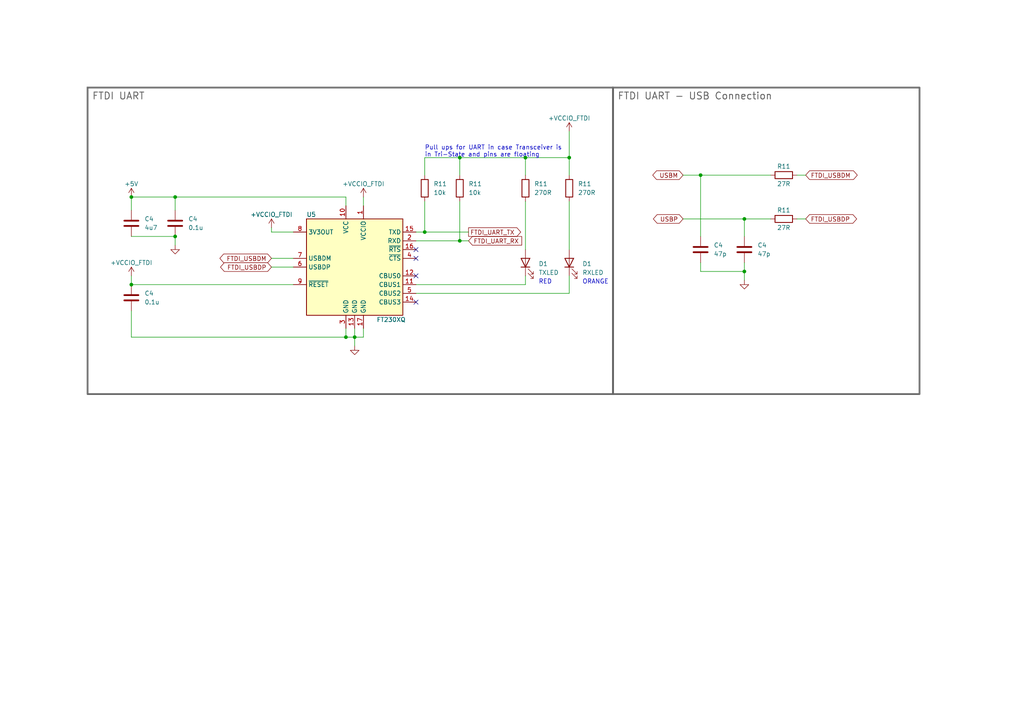
<source format=kicad_sch>
(kicad_sch (version 20230121) (generator eeschema)

  (uuid 916deb8a-5f27-49f5-947f-89b9f22d79fa)

  (paper "A4")

  (lib_symbols
    (symbol "Device:C" (pin_numbers hide) (pin_names (offset 0.254)) (in_bom yes) (on_board yes)
      (property "Reference" "C" (at 0.635 2.54 0)
        (effects (font (size 1.27 1.27)) (justify left))
      )
      (property "Value" "C" (at 0.635 -2.54 0)
        (effects (font (size 1.27 1.27)) (justify left))
      )
      (property "Footprint" "" (at 0.9652 -3.81 0)
        (effects (font (size 1.27 1.27)) hide)
      )
      (property "Datasheet" "~" (at 0 0 0)
        (effects (font (size 1.27 1.27)) hide)
      )
      (property "ki_keywords" "cap capacitor" (at 0 0 0)
        (effects (font (size 1.27 1.27)) hide)
      )
      (property "ki_description" "Unpolarized capacitor" (at 0 0 0)
        (effects (font (size 1.27 1.27)) hide)
      )
      (property "ki_fp_filters" "C_*" (at 0 0 0)
        (effects (font (size 1.27 1.27)) hide)
      )
      (symbol "C_0_1"
        (polyline
          (pts
            (xy -2.032 -0.762)
            (xy 2.032 -0.762)
          )
          (stroke (width 0.508) (type default))
          (fill (type none))
        )
        (polyline
          (pts
            (xy -2.032 0.762)
            (xy 2.032 0.762)
          )
          (stroke (width 0.508) (type default))
          (fill (type none))
        )
      )
      (symbol "C_1_1"
        (pin passive line (at 0 3.81 270) (length 2.794)
          (name "~" (effects (font (size 1.27 1.27))))
          (number "1" (effects (font (size 1.27 1.27))))
        )
        (pin passive line (at 0 -3.81 90) (length 2.794)
          (name "~" (effects (font (size 1.27 1.27))))
          (number "2" (effects (font (size 1.27 1.27))))
        )
      )
    )
    (symbol "Device:LED" (pin_numbers hide) (pin_names (offset 1.016) hide) (in_bom yes) (on_board yes)
      (property "Reference" "D" (at 0 2.54 0)
        (effects (font (size 1.27 1.27)))
      )
      (property "Value" "LED" (at 0 -2.54 0)
        (effects (font (size 1.27 1.27)))
      )
      (property "Footprint" "" (at 0 0 0)
        (effects (font (size 1.27 1.27)) hide)
      )
      (property "Datasheet" "~" (at 0 0 0)
        (effects (font (size 1.27 1.27)) hide)
      )
      (property "ki_keywords" "LED diode" (at 0 0 0)
        (effects (font (size 1.27 1.27)) hide)
      )
      (property "ki_description" "Light emitting diode" (at 0 0 0)
        (effects (font (size 1.27 1.27)) hide)
      )
      (property "ki_fp_filters" "LED* LED_SMD:* LED_THT:*" (at 0 0 0)
        (effects (font (size 1.27 1.27)) hide)
      )
      (symbol "LED_0_1"
        (polyline
          (pts
            (xy -1.27 -1.27)
            (xy -1.27 1.27)
          )
          (stroke (width 0.254) (type default))
          (fill (type none))
        )
        (polyline
          (pts
            (xy -1.27 0)
            (xy 1.27 0)
          )
          (stroke (width 0) (type default))
          (fill (type none))
        )
        (polyline
          (pts
            (xy 1.27 -1.27)
            (xy 1.27 1.27)
            (xy -1.27 0)
            (xy 1.27 -1.27)
          )
          (stroke (width 0.254) (type default))
          (fill (type none))
        )
        (polyline
          (pts
            (xy -3.048 -0.762)
            (xy -4.572 -2.286)
            (xy -3.81 -2.286)
            (xy -4.572 -2.286)
            (xy -4.572 -1.524)
          )
          (stroke (width 0) (type default))
          (fill (type none))
        )
        (polyline
          (pts
            (xy -1.778 -0.762)
            (xy -3.302 -2.286)
            (xy -2.54 -2.286)
            (xy -3.302 -2.286)
            (xy -3.302 -1.524)
          )
          (stroke (width 0) (type default))
          (fill (type none))
        )
      )
      (symbol "LED_1_1"
        (pin passive line (at -3.81 0 0) (length 2.54)
          (name "K" (effects (font (size 1.27 1.27))))
          (number "1" (effects (font (size 1.27 1.27))))
        )
        (pin passive line (at 3.81 0 180) (length 2.54)
          (name "A" (effects (font (size 1.27 1.27))))
          (number "2" (effects (font (size 1.27 1.27))))
        )
      )
    )
    (symbol "Device:R" (pin_numbers hide) (pin_names (offset 0)) (in_bom yes) (on_board yes)
      (property "Reference" "R" (at 2.032 0 90)
        (effects (font (size 1.27 1.27)))
      )
      (property "Value" "R" (at 0 0 90)
        (effects (font (size 1.27 1.27)))
      )
      (property "Footprint" "" (at -1.778 0 90)
        (effects (font (size 1.27 1.27)) hide)
      )
      (property "Datasheet" "~" (at 0 0 0)
        (effects (font (size 1.27 1.27)) hide)
      )
      (property "ki_keywords" "R res resistor" (at 0 0 0)
        (effects (font (size 1.27 1.27)) hide)
      )
      (property "ki_description" "Resistor" (at 0 0 0)
        (effects (font (size 1.27 1.27)) hide)
      )
      (property "ki_fp_filters" "R_*" (at 0 0 0)
        (effects (font (size 1.27 1.27)) hide)
      )
      (symbol "R_0_1"
        (rectangle (start -1.016 -2.54) (end 1.016 2.54)
          (stroke (width 0.254) (type default))
          (fill (type none))
        )
      )
      (symbol "R_1_1"
        (pin passive line (at 0 3.81 270) (length 1.27)
          (name "~" (effects (font (size 1.27 1.27))))
          (number "1" (effects (font (size 1.27 1.27))))
        )
        (pin passive line (at 0 -3.81 90) (length 1.27)
          (name "~" (effects (font (size 1.27 1.27))))
          (number "2" (effects (font (size 1.27 1.27))))
        )
      )
    )
    (symbol "Interface_USB:FT230XQ" (in_bom yes) (on_board yes)
      (property "Reference" "U" (at -13.97 15.24 0)
        (effects (font (size 1.27 1.27)) (justify left))
      )
      (property "Value" "FT230XQ" (at 7.62 15.24 0)
        (effects (font (size 1.27 1.27)) (justify left))
      )
      (property "Footprint" "Package_DFN_QFN:QFN-16-1EP_4x4mm_P0.65mm_EP2.1x2.1mm" (at 34.29 -15.24 0)
        (effects (font (size 1.27 1.27)) hide)
      )
      (property "Datasheet" "https://www.ftdichip.com/Support/Documents/DataSheets/ICs/DS_FT230X.pdf" (at 0 0 0)
        (effects (font (size 1.27 1.27)) hide)
      )
      (property "ki_keywords" "FTDI USB UART interface converter" (at 0 0 0)
        (effects (font (size 1.27 1.27)) hide)
      )
      (property "ki_description" "Full Speed USB to Basic UART, QFN-16" (at 0 0 0)
        (effects (font (size 1.27 1.27)) hide)
      )
      (property "ki_fp_filters" "QFN*1EP*4x4mm*P0.65mm*" (at 0 0 0)
        (effects (font (size 1.27 1.27)) hide)
      )
      (symbol "FT230XQ_0_1"
        (rectangle (start -13.97 13.97) (end 13.97 -13.97)
          (stroke (width 0.254) (type default))
          (fill (type background))
        )
      )
      (symbol "FT230XQ_1_1"
        (pin power_in line (at 2.54 17.78 270) (length 3.81)
          (name "VCCIO" (effects (font (size 1.27 1.27))))
          (number "1" (effects (font (size 1.27 1.27))))
        )
        (pin power_in line (at -2.54 17.78 270) (length 3.81)
          (name "VCC" (effects (font (size 1.27 1.27))))
          (number "10" (effects (font (size 1.27 1.27))))
        )
        (pin bidirectional line (at 17.78 -5.08 180) (length 3.81)
          (name "CBUS1" (effects (font (size 1.27 1.27))))
          (number "11" (effects (font (size 1.27 1.27))))
        )
        (pin bidirectional line (at 17.78 -2.54 180) (length 3.81)
          (name "CBUS0" (effects (font (size 1.27 1.27))))
          (number "12" (effects (font (size 1.27 1.27))))
        )
        (pin power_in line (at 0 -17.78 90) (length 3.81)
          (name "GND" (effects (font (size 1.27 1.27))))
          (number "13" (effects (font (size 1.27 1.27))))
        )
        (pin bidirectional line (at 17.78 -10.16 180) (length 3.81)
          (name "CBUS3" (effects (font (size 1.27 1.27))))
          (number "14" (effects (font (size 1.27 1.27))))
        )
        (pin output line (at 17.78 10.16 180) (length 3.81)
          (name "TXD" (effects (font (size 1.27 1.27))))
          (number "15" (effects (font (size 1.27 1.27))))
        )
        (pin output line (at 17.78 5.08 180) (length 3.81)
          (name "~{RTS}" (effects (font (size 1.27 1.27))))
          (number "16" (effects (font (size 1.27 1.27))))
        )
        (pin power_in line (at 2.54 -17.78 90) (length 3.81)
          (name "GND" (effects (font (size 1.27 1.27))))
          (number "17" (effects (font (size 1.27 1.27))))
        )
        (pin input line (at 17.78 7.62 180) (length 3.81)
          (name "RXD" (effects (font (size 1.27 1.27))))
          (number "2" (effects (font (size 1.27 1.27))))
        )
        (pin power_in line (at -2.54 -17.78 90) (length 3.81)
          (name "GND" (effects (font (size 1.27 1.27))))
          (number "3" (effects (font (size 1.27 1.27))))
        )
        (pin input line (at 17.78 2.54 180) (length 3.81)
          (name "~{CTS}" (effects (font (size 1.27 1.27))))
          (number "4" (effects (font (size 1.27 1.27))))
        )
        (pin bidirectional line (at 17.78 -7.62 180) (length 3.81)
          (name "CBUS2" (effects (font (size 1.27 1.27))))
          (number "5" (effects (font (size 1.27 1.27))))
        )
        (pin bidirectional line (at -17.78 0 0) (length 3.81)
          (name "USBDP" (effects (font (size 1.27 1.27))))
          (number "6" (effects (font (size 1.27 1.27))))
        )
        (pin bidirectional line (at -17.78 2.54 0) (length 3.81)
          (name "USBDM" (effects (font (size 1.27 1.27))))
          (number "7" (effects (font (size 1.27 1.27))))
        )
        (pin power_out line (at -17.78 10.16 0) (length 3.81)
          (name "3V3OUT" (effects (font (size 1.27 1.27))))
          (number "8" (effects (font (size 1.27 1.27))))
        )
        (pin input line (at -17.78 -5.08 0) (length 3.81)
          (name "~{RESET}" (effects (font (size 1.27 1.27))))
          (number "9" (effects (font (size 1.27 1.27))))
        )
      )
    )
    (symbol "TimosSymbole:+VCCIO_FTDI" (power) (pin_names (offset 0)) (in_bom yes) (on_board yes)
      (property "Reference" "#PWR" (at 0 -3.81 0)
        (effects (font (size 1.27 1.27)) hide)
      )
      (property "Value" "+VCCIO_FTDI" (at 0 3.556 0)
        (effects (font (size 1.27 1.27)))
      )
      (property "Footprint" "" (at 0 0 0)
        (effects (font (size 1.27 1.27)) hide)
      )
      (property "Datasheet" "" (at 0 0 0)
        (effects (font (size 1.27 1.27)) hide)
      )
      (property "ki_keywords" "global power" (at 0 0 0)
        (effects (font (size 1.27 1.27)) hide)
      )
      (property "ki_description" "Power symbol creates a global label with name \"+3.3V\"" (at 0 0 0)
        (effects (font (size 1.27 1.27)) hide)
      )
      (symbol "+VCCIO_FTDI_0_1"
        (polyline
          (pts
            (xy -0.762 1.27)
            (xy 0 2.54)
          )
          (stroke (width 0) (type default))
          (fill (type none))
        )
        (polyline
          (pts
            (xy 0 0)
            (xy 0 2.54)
          )
          (stroke (width 0) (type default))
          (fill (type none))
        )
        (polyline
          (pts
            (xy 0 2.54)
            (xy 0.762 1.27)
          )
          (stroke (width 0) (type default))
          (fill (type none))
        )
      )
      (symbol "+VCCIO_FTDI_1_1"
        (pin power_in line (at 0 0 90) (length 0) hide
          (name "+VCCIO_FTDI" (effects (font (size 1.27 1.27))))
          (number "1" (effects (font (size 1.27 1.27))))
        )
      )
    )
    (symbol "power:+5V" (power) (pin_names (offset 0)) (in_bom yes) (on_board yes)
      (property "Reference" "#PWR" (at 0 -3.81 0)
        (effects (font (size 1.27 1.27)) hide)
      )
      (property "Value" "+5V" (at 0 3.556 0)
        (effects (font (size 1.27 1.27)))
      )
      (property "Footprint" "" (at 0 0 0)
        (effects (font (size 1.27 1.27)) hide)
      )
      (property "Datasheet" "" (at 0 0 0)
        (effects (font (size 1.27 1.27)) hide)
      )
      (property "ki_keywords" "global power" (at 0 0 0)
        (effects (font (size 1.27 1.27)) hide)
      )
      (property "ki_description" "Power symbol creates a global label with name \"+5V\"" (at 0 0 0)
        (effects (font (size 1.27 1.27)) hide)
      )
      (symbol "+5V_0_1"
        (polyline
          (pts
            (xy -0.762 1.27)
            (xy 0 2.54)
          )
          (stroke (width 0) (type default))
          (fill (type none))
        )
        (polyline
          (pts
            (xy 0 0)
            (xy 0 2.54)
          )
          (stroke (width 0) (type default))
          (fill (type none))
        )
        (polyline
          (pts
            (xy 0 2.54)
            (xy 0.762 1.27)
          )
          (stroke (width 0) (type default))
          (fill (type none))
        )
      )
      (symbol "+5V_1_1"
        (pin power_in line (at 0 0 90) (length 0) hide
          (name "+5V" (effects (font (size 1.27 1.27))))
          (number "1" (effects (font (size 1.27 1.27))))
        )
      )
    )
    (symbol "power:GND" (power) (pin_names (offset 0)) (in_bom yes) (on_board yes)
      (property "Reference" "#PWR" (at 0 -6.35 0)
        (effects (font (size 1.27 1.27)) hide)
      )
      (property "Value" "GND" (at 0 -3.81 0)
        (effects (font (size 1.27 1.27)))
      )
      (property "Footprint" "" (at 0 0 0)
        (effects (font (size 1.27 1.27)) hide)
      )
      (property "Datasheet" "" (at 0 0 0)
        (effects (font (size 1.27 1.27)) hide)
      )
      (property "ki_keywords" "global power" (at 0 0 0)
        (effects (font (size 1.27 1.27)) hide)
      )
      (property "ki_description" "Power symbol creates a global label with name \"GND\" , ground" (at 0 0 0)
        (effects (font (size 1.27 1.27)) hide)
      )
      (symbol "GND_0_1"
        (polyline
          (pts
            (xy 0 0)
            (xy 0 -1.27)
            (xy 1.27 -1.27)
            (xy 0 -2.54)
            (xy -1.27 -1.27)
            (xy 0 -1.27)
          )
          (stroke (width 0) (type default))
          (fill (type none))
        )
      )
      (symbol "GND_1_1"
        (pin power_in line (at 0 0 270) (length 0) hide
          (name "GND" (effects (font (size 1.27 1.27))))
          (number "1" (effects (font (size 1.27 1.27))))
        )
      )
    )
  )

  (junction (at 102.87 97.79) (diameter 0) (color 0 0 0 0)
    (uuid 3c434bf1-4e93-4b96-9d57-85dc54bf01e4)
  )
  (junction (at 123.19 67.31) (diameter 0) (color 0 0 0 0)
    (uuid 482350a9-7bd1-435f-a4e7-dd1de313060f)
  )
  (junction (at 152.4 45.72) (diameter 0) (color 0 0 0 0)
    (uuid 49268efd-49da-43a6-9566-d3a14aa1a4cb)
  )
  (junction (at 203.2 50.8) (diameter 0) (color 0 0 0 0)
    (uuid 5020d115-ce1c-4e7b-b539-cdaf4181e02e)
  )
  (junction (at 38.1 57.15) (diameter 0) (color 0 0 0 0)
    (uuid 5b661307-cac1-4889-9e18-3ba496fc35c5)
  )
  (junction (at 215.9 78.74) (diameter 0) (color 0 0 0 0)
    (uuid 66c4f064-85b5-4abe-964b-d26bafc320db)
  )
  (junction (at 38.1 82.55) (diameter 0) (color 0 0 0 0)
    (uuid 6ad37ca1-6ded-4652-a37f-90b42d925c14)
  )
  (junction (at 133.35 69.85) (diameter 0) (color 0 0 0 0)
    (uuid 7000002a-3c3d-44e0-8015-3021aa6c23c2)
  )
  (junction (at 100.33 97.79) (diameter 0) (color 0 0 0 0)
    (uuid 7a566d84-2c9a-4940-b276-088e2d3b8922)
  )
  (junction (at 50.8 57.15) (diameter 0) (color 0 0 0 0)
    (uuid 7b835597-f72a-4b73-aaaa-7478ba115fc0)
  )
  (junction (at 165.1 45.72) (diameter 0) (color 0 0 0 0)
    (uuid 8b6429ad-5cb5-406d-8ad2-ab5bf2b94cf0)
  )
  (junction (at 133.35 45.72) (diameter 0) (color 0 0 0 0)
    (uuid cbccfae6-6693-4e93-9de0-8ea62e12cd5d)
  )
  (junction (at 215.9 63.5) (diameter 0) (color 0 0 0 0)
    (uuid d559bfa3-e9f8-4b00-a2aa-e57c27bf3afb)
  )
  (junction (at 50.8 68.58) (diameter 0) (color 0 0 0 0)
    (uuid f32d65fe-4404-4e89-a378-191e5eaf9175)
  )

  (no_connect (at 120.65 72.39) (uuid 6da448b5-32d9-494e-b8a3-3a9c74070648))
  (no_connect (at 120.65 80.01) (uuid 7cd7e9c1-fb8d-4091-87f7-507401e17a6c))
  (no_connect (at 120.65 87.63) (uuid b453ec22-fe89-4110-8b86-9437f48f91e6))
  (no_connect (at 120.65 74.93) (uuid ea70da9b-daf7-4508-b694-0e43439bafed))

  (wire (pts (xy 120.65 85.09) (xy 165.1 85.09))
    (stroke (width 0) (type default))
    (uuid 021c3d73-c3ea-4add-bd12-6017531be284)
  )
  (wire (pts (xy 78.74 66.04) (xy 78.74 67.31))
    (stroke (width 0) (type default))
    (uuid 0b99227b-ebcb-4d74-8ffc-f217cfcb5f5b)
  )
  (wire (pts (xy 123.19 50.8) (xy 123.19 45.72))
    (stroke (width 0) (type default))
    (uuid 0e28c708-b07c-4de1-b169-0869a60f5055)
  )
  (wire (pts (xy 78.74 77.47) (xy 85.09 77.47))
    (stroke (width 0) (type default))
    (uuid 0f1c0a2f-bc24-4e39-bf1c-13f805cbd219)
  )
  (wire (pts (xy 123.19 58.42) (xy 123.19 67.31))
    (stroke (width 0) (type default))
    (uuid 134705f2-1a2f-42fc-8466-791655c4e08b)
  )
  (wire (pts (xy 105.41 97.79) (xy 102.87 97.79))
    (stroke (width 0) (type default))
    (uuid 14c1fb50-c46e-4789-bce3-6b2ed87d6a78)
  )
  (wire (pts (xy 38.1 82.55) (xy 85.09 82.55))
    (stroke (width 0) (type default))
    (uuid 17997868-fa10-4ac7-8689-a51dd863b785)
  )
  (wire (pts (xy 50.8 60.96) (xy 50.8 57.15))
    (stroke (width 0) (type default))
    (uuid 17ebd2ea-e5d7-4396-abaa-6b84b4b50115)
  )
  (wire (pts (xy 215.9 78.74) (xy 215.9 76.2))
    (stroke (width 0) (type default))
    (uuid 202372e0-641e-49d8-8112-7516cac9adb6)
  )
  (wire (pts (xy 165.1 38.1) (xy 165.1 45.72))
    (stroke (width 0) (type default))
    (uuid 203ce1bc-cab2-4eea-a8a7-523156e1e688)
  )
  (wire (pts (xy 50.8 57.15) (xy 100.33 57.15))
    (stroke (width 0) (type default))
    (uuid 216a4361-3e6e-423e-b802-4dee90c2c6a8)
  )
  (wire (pts (xy 231.14 63.5) (xy 233.68 63.5))
    (stroke (width 0) (type default))
    (uuid 274bbab3-7790-4499-af5d-74cbf50d76c0)
  )
  (wire (pts (xy 203.2 76.2) (xy 203.2 78.74))
    (stroke (width 0) (type default))
    (uuid 2d96e16e-0709-46e0-a9bc-13e17e41882c)
  )
  (wire (pts (xy 100.33 57.15) (xy 100.33 59.69))
    (stroke (width 0) (type default))
    (uuid 3e38b779-5d00-40c8-a341-aaee436e1fcd)
  )
  (wire (pts (xy 198.12 63.5) (xy 215.9 63.5))
    (stroke (width 0) (type default))
    (uuid 533fed94-ec0b-4942-968f-ad811fc4126e)
  )
  (wire (pts (xy 203.2 50.8) (xy 203.2 68.58))
    (stroke (width 0) (type default))
    (uuid 5b51496d-e02c-45d0-828a-cd8350c8735e)
  )
  (wire (pts (xy 203.2 50.8) (xy 223.52 50.8))
    (stroke (width 0) (type default))
    (uuid 61104b49-9e46-4bc5-917f-e9728fc8e0f1)
  )
  (wire (pts (xy 100.33 95.25) (xy 100.33 97.79))
    (stroke (width 0) (type default))
    (uuid 635ab21c-0d7f-4007-8cff-1a31402b78c7)
  )
  (wire (pts (xy 123.19 45.72) (xy 133.35 45.72))
    (stroke (width 0) (type default))
    (uuid 6f234f49-6e42-44b3-be19-1a7d1167d912)
  )
  (wire (pts (xy 203.2 78.74) (xy 215.9 78.74))
    (stroke (width 0) (type default))
    (uuid 6fc579ac-78db-40dd-9b1c-dcf687745e18)
  )
  (wire (pts (xy 102.87 97.79) (xy 100.33 97.79))
    (stroke (width 0) (type default))
    (uuid 72cafbec-1252-477b-92c3-b52372a43600)
  )
  (wire (pts (xy 102.87 97.79) (xy 102.87 100.33))
    (stroke (width 0) (type default))
    (uuid 7696f30b-acee-46e5-8591-8a5bb664af5f)
  )
  (wire (pts (xy 133.35 58.42) (xy 133.35 69.85))
    (stroke (width 0) (type default))
    (uuid 79615269-ed6c-42eb-8fe5-482c3f47d843)
  )
  (wire (pts (xy 152.4 45.72) (xy 165.1 45.72))
    (stroke (width 0) (type default))
    (uuid 7d6fe28d-afd9-47d5-b1a8-2d9b92616f36)
  )
  (wire (pts (xy 38.1 97.79) (xy 100.33 97.79))
    (stroke (width 0) (type default))
    (uuid 7ec8c80d-d61d-45b5-ac47-47298bef5892)
  )
  (wire (pts (xy 152.4 80.01) (xy 152.4 82.55))
    (stroke (width 0) (type default))
    (uuid 7ff4a03c-78c8-4e8d-8088-ff4060816405)
  )
  (wire (pts (xy 105.41 95.25) (xy 105.41 97.79))
    (stroke (width 0) (type default))
    (uuid 86ca42e5-9ab2-44f4-84d2-c8b76f9e9f57)
  )
  (wire (pts (xy 38.1 68.58) (xy 50.8 68.58))
    (stroke (width 0) (type default))
    (uuid 86e3e94c-9ebd-4f6f-8fb5-5fbc8e675c62)
  )
  (wire (pts (xy 38.1 60.96) (xy 38.1 57.15))
    (stroke (width 0) (type default))
    (uuid 8a846387-8323-4443-b5a8-409dd4fb6771)
  )
  (wire (pts (xy 152.4 82.55) (xy 120.65 82.55))
    (stroke (width 0) (type default))
    (uuid 8bc20166-b6a4-4417-8f0b-91c437f27289)
  )
  (wire (pts (xy 215.9 78.74) (xy 215.9 81.28))
    (stroke (width 0) (type default))
    (uuid 94235f84-5c3e-450d-9f24-94df200924fb)
  )
  (wire (pts (xy 120.65 67.31) (xy 123.19 67.31))
    (stroke (width 0) (type default))
    (uuid 977d62e2-456c-474a-adf3-26fa97b22e7f)
  )
  (wire (pts (xy 152.4 50.8) (xy 152.4 45.72))
    (stroke (width 0) (type default))
    (uuid a00b8537-9bfa-4213-981b-81a3c54d9c54)
  )
  (wire (pts (xy 133.35 45.72) (xy 133.35 50.8))
    (stroke (width 0) (type default))
    (uuid a03bf334-4355-47be-b348-56c5ade2b6c9)
  )
  (wire (pts (xy 38.1 57.15) (xy 50.8 57.15))
    (stroke (width 0) (type default))
    (uuid a5b6ed84-1fe9-494d-8404-05415cb676d2)
  )
  (wire (pts (xy 102.87 95.25) (xy 102.87 97.79))
    (stroke (width 0) (type default))
    (uuid a9d615da-d764-44b0-9afc-57c6ddff6af4)
  )
  (wire (pts (xy 165.1 45.72) (xy 165.1 50.8))
    (stroke (width 0) (type default))
    (uuid b138302c-964b-40d4-822c-e12a8a227ffc)
  )
  (wire (pts (xy 152.4 58.42) (xy 152.4 72.39))
    (stroke (width 0) (type default))
    (uuid b6371d84-6e75-4786-928a-2819b6879489)
  )
  (wire (pts (xy 78.74 67.31) (xy 85.09 67.31))
    (stroke (width 0) (type default))
    (uuid b7eeb410-94af-4ca5-b3c4-b68049a8fd9b)
  )
  (wire (pts (xy 120.65 69.85) (xy 133.35 69.85))
    (stroke (width 0) (type default))
    (uuid bb374d62-a1b0-4d63-b5e2-79a3873d003b)
  )
  (wire (pts (xy 165.1 58.42) (xy 165.1 72.39))
    (stroke (width 0) (type default))
    (uuid c19b69cc-b910-40c1-91b1-cbebfc5189b2)
  )
  (wire (pts (xy 105.41 57.15) (xy 105.41 59.69))
    (stroke (width 0) (type default))
    (uuid c37e2d8c-1ea3-428d-b64e-bd37620db235)
  )
  (wire (pts (xy 38.1 90.17) (xy 38.1 97.79))
    (stroke (width 0) (type default))
    (uuid c4b1acaf-fc6a-4999-ade5-c6b7821a8ac6)
  )
  (wire (pts (xy 38.1 80.01) (xy 38.1 82.55))
    (stroke (width 0) (type default))
    (uuid c707b157-7f5f-41dc-acde-2e37c945482b)
  )
  (wire (pts (xy 133.35 45.72) (xy 152.4 45.72))
    (stroke (width 0) (type default))
    (uuid ca1063bd-7fc3-4549-979f-89d0855a017d)
  )
  (wire (pts (xy 133.35 69.85) (xy 135.89 69.85))
    (stroke (width 0) (type default))
    (uuid cc2ec7b7-7f4a-43d3-a3cb-73399f8c874c)
  )
  (wire (pts (xy 78.74 74.93) (xy 85.09 74.93))
    (stroke (width 0) (type default))
    (uuid d8f05196-bdaa-404b-bee9-46ffdf76407a)
  )
  (wire (pts (xy 165.1 85.09) (xy 165.1 80.01))
    (stroke (width 0) (type default))
    (uuid d9425459-f7fb-4ed4-b9bd-29ec097bff3b)
  )
  (wire (pts (xy 198.12 50.8) (xy 203.2 50.8))
    (stroke (width 0) (type default))
    (uuid d9feb0f2-ea15-40b4-acd1-5cabf2ba5416)
  )
  (wire (pts (xy 215.9 63.5) (xy 223.52 63.5))
    (stroke (width 0) (type default))
    (uuid dd265dfd-3a09-4c0f-8dcc-e72e729aa99a)
  )
  (wire (pts (xy 215.9 63.5) (xy 215.9 68.58))
    (stroke (width 0) (type default))
    (uuid dddd784b-9ac7-4759-b570-84e6e24a529c)
  )
  (wire (pts (xy 231.14 50.8) (xy 233.68 50.8))
    (stroke (width 0) (type default))
    (uuid dff99077-0540-4f0e-8120-9a13db0268c0)
  )
  (wire (pts (xy 123.19 67.31) (xy 135.89 67.31))
    (stroke (width 0) (type default))
    (uuid f5e228c5-d86d-47e7-9c1a-3a575abd4fea)
  )
  (wire (pts (xy 50.8 68.58) (xy 50.8 71.12))
    (stroke (width 0) (type default))
    (uuid f8795c4c-0356-4e4c-a9b6-0caca438669c)
  )

  (rectangle (start 177.8 25.4) (end 266.7 114.3)
    (stroke (width 0.5) (type default) (color 100 100 100 1))
    (fill (type none))
    (uuid 7f6df0ab-6a38-490d-a2a8-78f8bf7863e6)
  )
  (rectangle (start 25.4 25.4) (end 177.8 114.3)
    (stroke (width 0.5) (type default) (color 100 100 100 1))
    (fill (type none))
    (uuid aa0d31e8-b68b-4735-92ae-ccd871f58163)
  )

  (text "FTDI UART" (at 26.67 29.21 0)
    (effects (font (size 2 2) (thickness 0.254) bold (color 100 100 100 1)) (justify left bottom))
    (uuid 2b79e8a7-3316-4961-a8f9-127f3f3a8cf8)
  )
  (text "Pull ups for UART in case Transceiver is\nin Tri-State and pins are floating"
    (at 123.19 45.72 0)
    (effects (font (size 1.27 1.27)) (justify left bottom))
    (uuid 4e57cd96-6303-4380-aeba-2bcf38d98229)
  )
  (text "FTDI UART - USB Connection" (at 179.07 29.21 0)
    (effects (font (size 2 2) (thickness 0.254) bold (color 100 100 100 1)) (justify left bottom))
    (uuid 9c400a62-e1ee-43de-afa8-e03d8f5aef60)
  )
  (text "ORANGE" (at 168.91 82.55 0)
    (effects (font (size 1.27 1.27)) (justify left bottom))
    (uuid d0f419f1-02bf-4ded-a1fb-f4d078598172)
  )
  (text "RED" (at 156.21 82.55 0)
    (effects (font (size 1.27 1.27)) (justify left bottom))
    (uuid e20d92d5-ef7f-4658-999e-4577a76e2b76)
  )

  (global_label "FTDI_USBDP" (shape bidirectional) (at 78.74 77.47 180) (fields_autoplaced)
    (effects (font (size 1.27 1.27)) (justify right))
    (uuid 15ed0017-134d-4d6b-87f3-4ba25cbb7495)
    (property "Intersheetrefs" "${INTERSHEET_REFS}" (at 63.3949 77.47 0)
      (effects (font (size 1.27 1.27)) (justify right) hide)
    )
  )
  (global_label "USBP" (shape bidirectional) (at 198.12 63.5 180) (fields_autoplaced)
    (effects (font (size 1.27 1.27)) (justify right))
    (uuid 31de83e4-c70f-4385-bad1-291d56ac8769)
    (property "Intersheetrefs" "${INTERSHEET_REFS}" (at 188.9435 63.5 0)
      (effects (font (size 1.27 1.27)) (justify right) hide)
    )
  )
  (global_label "FTDI_USBDM" (shape bidirectional) (at 78.74 74.93 180) (fields_autoplaced)
    (effects (font (size 1.27 1.27)) (justify right))
    (uuid 670d4ad5-7367-48ee-a3c0-7e02955cae94)
    (property "Intersheetrefs" "${INTERSHEET_REFS}" (at 63.2135 74.93 0)
      (effects (font (size 1.27 1.27)) (justify right) hide)
    )
  )
  (global_label "FTDI_USBDM" (shape bidirectional) (at 233.68 50.8 0) (fields_autoplaced)
    (effects (font (size 1.27 1.27)) (justify left))
    (uuid 7f2c3e3c-e564-4e5d-80d9-d76edce81bdb)
    (property "Intersheetrefs" "${INTERSHEET_REFS}" (at 249.2065 50.8 0)
      (effects (font (size 1.27 1.27)) (justify left) hide)
    )
  )
  (global_label "FTDI_UART_RX" (shape input) (at 135.89 69.85 0) (fields_autoplaced)
    (effects (font (size 1.27 1.27)) (justify left))
    (uuid 96e9b813-53a5-4cd9-b15f-8b8cea722960)
    (property "Intersheetrefs" "${INTERSHEET_REFS}" (at 151.8776 69.85 0)
      (effects (font (size 1.27 1.27)) (justify left) hide)
    )
  )
  (global_label "FTDI_USBDP" (shape bidirectional) (at 233.68 63.5 0) (fields_autoplaced)
    (effects (font (size 1.27 1.27)) (justify left))
    (uuid ce8a2845-a30c-4802-8f93-92a9af168c6d)
    (property "Intersheetrefs" "${INTERSHEET_REFS}" (at 249.0251 63.5 0)
      (effects (font (size 1.27 1.27)) (justify left) hide)
    )
  )
  (global_label "FTDI_UART_TX" (shape output) (at 135.89 67.31 0) (fields_autoplaced)
    (effects (font (size 1.27 1.27)) (justify left))
    (uuid dee8f0f3-edc9-45ac-975c-7cc21746840e)
    (property "Intersheetrefs" "${INTERSHEET_REFS}" (at 151.5752 67.31 0)
      (effects (font (size 1.27 1.27)) (justify left) hide)
    )
  )
  (global_label "USBM" (shape bidirectional) (at 198.12 50.8 180) (fields_autoplaced)
    (effects (font (size 1.27 1.27)) (justify right))
    (uuid e0c010c0-9b46-4b7a-8478-eb1c5f26fdb8)
    (property "Intersheetrefs" "${INTERSHEET_REFS}" (at 188.7621 50.8 0)
      (effects (font (size 1.27 1.27)) (justify right) hide)
    )
  )

  (symbol (lib_id "Interface_USB:FT230XQ") (at 102.87 77.47 0) (unit 1)
    (in_bom yes) (on_board yes) (dnp no)
    (uuid 0080cef8-6862-455a-a89c-c1fbb7e02c2b)
    (property "Reference" "U5" (at 88.9 62.23 0)
      (effects (font (size 1.27 1.27)) (justify left))
    )
    (property "Value" "FT230XQ" (at 109.22 92.71 0)
      (effects (font (size 1.27 1.27)) (justify left))
    )
    (property "Footprint" "Package_DFN_QFN:QFN-16-1EP_4x4mm_P0.65mm_EP2.1x2.1mm" (at 137.16 92.71 0)
      (effects (font (size 1.27 1.27)) hide)
    )
    (property "Datasheet" "https://www.ftdichip.com/Support/Documents/DataSheets/ICs/DS_FT230X.pdf" (at 102.87 77.47 0)
      (effects (font (size 1.27 1.27)) hide)
    )
    (pin "1" (uuid 11846cfb-7d72-4393-9bb8-e52c703cc4da))
    (pin "10" (uuid ac59dba5-4fb9-467d-910e-14b941f66154))
    (pin "11" (uuid 80836981-58e2-41b1-bdd4-a6fdabdc54f7))
    (pin "12" (uuid b8e5301f-0e68-4914-aadc-5566b56de23a))
    (pin "13" (uuid 4ca34b40-dd85-4c41-8b2f-c553187e1a74))
    (pin "14" (uuid 56ae52e3-6a9b-49ed-a8ad-119264696852))
    (pin "15" (uuid 100a2640-1808-485a-ae32-3c85aaa75485))
    (pin "16" (uuid 9ea99a3c-4d65-4aec-9505-b8adb00f03eb))
    (pin "17" (uuid 81764767-f183-4b4c-8f6a-ba41d7778ee4))
    (pin "2" (uuid 1248bf33-901a-4bec-9800-0956a577b6bf))
    (pin "3" (uuid d8bdc399-5737-4154-91ff-79883aaf14e6))
    (pin "4" (uuid 8bcf1b71-2d38-4c0c-a4cb-06c0aaadc33d))
    (pin "5" (uuid 3bcaa62c-b644-4620-99ef-6deded92bfd4))
    (pin "6" (uuid aa906c25-8849-413f-bcb0-5b19cb38ef1b))
    (pin "7" (uuid 0196481b-467b-4644-8abd-28ae86991b33))
    (pin "8" (uuid 2fcb2d46-73e0-4c0b-9196-264308c1ae02))
    (pin "9" (uuid 6ad354ed-30a2-42dc-afe8-a9a28b84c050))
    (instances
      (project "schneidbrett"
        (path "/c05974a1-d9e7-44bd-b1f3-81c4ede4353c/2a648d2c-1a2b-4b6d-8bf0-9f73c0ceef94"
          (reference "U5") (unit 1)
        )
      )
    )
  )

  (symbol (lib_id "TimosSymbole:+VCCIO_FTDI") (at 78.74 66.04 0) (unit 1)
    (in_bom yes) (on_board yes) (dnp no)
    (uuid 2152cf95-79b2-4c23-b20d-5ff69f503104)
    (property "Reference" "#PWR035" (at 78.74 69.85 0)
      (effects (font (size 1.27 1.27)) hide)
    )
    (property "Value" "+VCCIO_FTDI" (at 78.74 62.23 0)
      (effects (font (size 1.27 1.27)))
    )
    (property "Footprint" "" (at 78.74 66.04 0)
      (effects (font (size 1.27 1.27)) hide)
    )
    (property "Datasheet" "" (at 78.74 66.04 0)
      (effects (font (size 1.27 1.27)) hide)
    )
    (pin "1" (uuid f3d008c9-7f45-4b72-8397-41cc518f4c7a))
    (instances
      (project "schneidbrett"
        (path "/c05974a1-d9e7-44bd-b1f3-81c4ede4353c/2a648d2c-1a2b-4b6d-8bf0-9f73c0ceef94"
          (reference "#PWR035") (unit 1)
        )
      )
    )
  )

  (symbol (lib_id "TimosSymbole:+VCCIO_FTDI") (at 38.1 80.01 0) (unit 1)
    (in_bom yes) (on_board yes) (dnp no)
    (uuid 377754ee-e696-4982-a0b4-fce2a041b0ca)
    (property "Reference" "#PWR036" (at 38.1 83.82 0)
      (effects (font (size 1.27 1.27)) hide)
    )
    (property "Value" "+VCCIO_FTDI" (at 38.1 76.2 0)
      (effects (font (size 1.27 1.27)))
    )
    (property "Footprint" "" (at 38.1 80.01 0)
      (effects (font (size 1.27 1.27)) hide)
    )
    (property "Datasheet" "" (at 38.1 80.01 0)
      (effects (font (size 1.27 1.27)) hide)
    )
    (pin "1" (uuid 5776436b-0080-45eb-90b8-4e1bd5dffa13))
    (instances
      (project "schneidbrett"
        (path "/c05974a1-d9e7-44bd-b1f3-81c4ede4353c/2a648d2c-1a2b-4b6d-8bf0-9f73c0ceef94"
          (reference "#PWR036") (unit 1)
        )
      )
    )
  )

  (symbol (lib_id "Device:C") (at 38.1 86.36 0) (unit 1)
    (in_bom yes) (on_board yes) (dnp no) (fields_autoplaced)
    (uuid 46645b60-41f1-4245-86bd-f07776d5a911)
    (property "Reference" "C4" (at 41.91 85.09 0)
      (effects (font (size 1.27 1.27)) (justify left))
    )
    (property "Value" "0.1u" (at 41.91 87.63 0)
      (effects (font (size 1.27 1.27)) (justify left))
    )
    (property "Footprint" "Capacitor_SMD:C_0603_1608Metric" (at 39.0652 90.17 0)
      (effects (font (size 1.27 1.27)) hide)
    )
    (property "Datasheet" "https://www.mouser.de/datasheet/2/40/AutoMLCCKAM-3216307.pdf" (at 38.1 86.36 0)
      (effects (font (size 1.27 1.27)) hide)
    )
    (pin "1" (uuid cb25edae-f3d0-4965-b471-ea20ce5b25aa))
    (pin "2" (uuid 45102524-0690-4ee2-a203-b754b8f96d88))
    (instances
      (project "schneidbrett"
        (path "/c05974a1-d9e7-44bd-b1f3-81c4ede4353c/86ba3294-cf4a-47ab-b34c-9be2b0ce2123"
          (reference "C4") (unit 1)
        )
        (path "/c05974a1-d9e7-44bd-b1f3-81c4ede4353c/2a648d2c-1a2b-4b6d-8bf0-9f73c0ceef94"
          (reference "C27") (unit 1)
        )
      )
    )
  )

  (symbol (lib_id "power:GND") (at 102.87 100.33 0) (unit 1)
    (in_bom yes) (on_board yes) (dnp no)
    (uuid 4fd0f17b-1ea0-41e9-8435-fdbdbe8be13b)
    (property "Reference" "#PWR01" (at 102.87 106.68 0)
      (effects (font (size 1.27 1.27)) hide)
    )
    (property "Value" "GND" (at 102.87 104.14 0)
      (effects (font (size 1.27 1.27)) hide)
    )
    (property "Footprint" "" (at 102.87 100.33 0)
      (effects (font (size 1.27 1.27)) hide)
    )
    (property "Datasheet" "" (at 102.87 100.33 0)
      (effects (font (size 1.27 1.27)) hide)
    )
    (pin "1" (uuid dbf1bd10-d378-4ebf-9628-c9ce75287ee5))
    (instances
      (project "schneidbrett"
        (path "/c05974a1-d9e7-44bd-b1f3-81c4ede4353c/da9dc77a-338b-4041-8f25-64336dd43b9e"
          (reference "#PWR01") (unit 1)
        )
        (path "/c05974a1-d9e7-44bd-b1f3-81c4ede4353c/86ba3294-cf4a-47ab-b34c-9be2b0ce2123"
          (reference "#PWR04") (unit 1)
        )
        (path "/c05974a1-d9e7-44bd-b1f3-81c4ede4353c/2a648d2c-1a2b-4b6d-8bf0-9f73c0ceef94"
          (reference "#PWR037") (unit 1)
        )
      )
    )
  )

  (symbol (lib_id "Device:R") (at 227.33 50.8 270) (unit 1)
    (in_bom yes) (on_board yes) (dnp no)
    (uuid 616e89ba-060f-4922-b19a-49c5a6f6081a)
    (property "Reference" "R11" (at 227.33 48.26 90)
      (effects (font (size 1.27 1.27)))
    )
    (property "Value" "27R" (at 227.33 53.34 90)
      (effects (font (size 1.27 1.27)))
    )
    (property "Footprint" "Resistor_SMD:R_0402_1005Metric" (at 227.33 49.022 90)
      (effects (font (size 1.27 1.27)) hide)
    )
    (property "Datasheet" "~" (at 227.33 50.8 0)
      (effects (font (size 1.27 1.27)) hide)
    )
    (pin "1" (uuid 2b3dd518-c57c-47ce-8d79-d7573a7a09f3))
    (pin "2" (uuid 51de0fcc-35f7-4ef0-a492-847c599a2bea))
    (instances
      (project "schneidbrett"
        (path "/c05974a1-d9e7-44bd-b1f3-81c4ede4353c/86ba3294-cf4a-47ab-b34c-9be2b0ce2123"
          (reference "R11") (unit 1)
        )
        (path "/c05974a1-d9e7-44bd-b1f3-81c4ede4353c/2a648d2c-1a2b-4b6d-8bf0-9f73c0ceef94"
          (reference "R39") (unit 1)
        )
      )
    )
  )

  (symbol (lib_id "Device:R") (at 165.1 54.61 180) (unit 1)
    (in_bom yes) (on_board yes) (dnp no) (fields_autoplaced)
    (uuid 636d4431-6e2d-49fb-ae6e-847464283c7c)
    (property "Reference" "R11" (at 167.64 53.34 0)
      (effects (font (size 1.27 1.27)) (justify right))
    )
    (property "Value" "270R" (at 167.64 55.88 0)
      (effects (font (size 1.27 1.27)) (justify right))
    )
    (property "Footprint" "Resistor_SMD:R_0402_1005Metric" (at 166.878 54.61 90)
      (effects (font (size 1.27 1.27)) hide)
    )
    (property "Datasheet" "~" (at 165.1 54.61 0)
      (effects (font (size 1.27 1.27)) hide)
    )
    (pin "1" (uuid 3a694e51-553b-4760-a146-ade06975c264))
    (pin "2" (uuid f24b1f9a-bcbc-44cd-b34d-666ff903f314))
    (instances
      (project "schneidbrett"
        (path "/c05974a1-d9e7-44bd-b1f3-81c4ede4353c/86ba3294-cf4a-47ab-b34c-9be2b0ce2123"
          (reference "R11") (unit 1)
        )
        (path "/c05974a1-d9e7-44bd-b1f3-81c4ede4353c/2a648d2c-1a2b-4b6d-8bf0-9f73c0ceef94"
          (reference "R32") (unit 1)
        )
      )
    )
  )

  (symbol (lib_id "Device:R") (at 123.19 54.61 180) (unit 1)
    (in_bom yes) (on_board yes) (dnp no) (fields_autoplaced)
    (uuid 859f5e25-9dcd-498e-8991-bc83a129b4f0)
    (property "Reference" "R11" (at 125.73 53.34 0)
      (effects (font (size 1.27 1.27)) (justify right))
    )
    (property "Value" "10k" (at 125.73 55.88 0)
      (effects (font (size 1.27 1.27)) (justify right))
    )
    (property "Footprint" "Resistor_SMD:R_0402_1005Metric" (at 124.968 54.61 90)
      (effects (font (size 1.27 1.27)) hide)
    )
    (property "Datasheet" "~" (at 123.19 54.61 0)
      (effects (font (size 1.27 1.27)) hide)
    )
    (pin "1" (uuid 1d3b729b-bcf0-4fa7-8813-9e0631cbd148))
    (pin "2" (uuid d8c50f53-c52e-43d4-966a-d94fb0a4bb7c))
    (instances
      (project "schneidbrett"
        (path "/c05974a1-d9e7-44bd-b1f3-81c4ede4353c/86ba3294-cf4a-47ab-b34c-9be2b0ce2123"
          (reference "R11") (unit 1)
        )
        (path "/c05974a1-d9e7-44bd-b1f3-81c4ede4353c/2a648d2c-1a2b-4b6d-8bf0-9f73c0ceef94"
          (reference "R36") (unit 1)
        )
      )
    )
  )

  (symbol (lib_id "Device:C") (at 203.2 72.39 0) (unit 1)
    (in_bom yes) (on_board yes) (dnp no) (fields_autoplaced)
    (uuid 95e5a888-c14c-46b3-b815-2840071b1f8f)
    (property "Reference" "C4" (at 207.01 71.12 0)
      (effects (font (size 1.27 1.27)) (justify left))
    )
    (property "Value" "47p" (at 207.01 73.66 0)
      (effects (font (size 1.27 1.27)) (justify left))
    )
    (property "Footprint" "Capacitor_SMD:C_0402_1005Metric" (at 204.1652 76.2 0)
      (effects (font (size 1.27 1.27)) hide)
    )
    (property "Datasheet" "https://www.mouser.de/datasheet/2/40/AutoMLCCKAM-3216307.pdf" (at 203.2 72.39 0)
      (effects (font (size 1.27 1.27)) hide)
    )
    (pin "1" (uuid 15b99cb0-5fbc-43ea-99f6-bb9b0340512d))
    (pin "2" (uuid 49b66b78-ea01-4593-b9de-fcab04448afc))
    (instances
      (project "schneidbrett"
        (path "/c05974a1-d9e7-44bd-b1f3-81c4ede4353c/86ba3294-cf4a-47ab-b34c-9be2b0ce2123"
          (reference "C4") (unit 1)
        )
        (path "/c05974a1-d9e7-44bd-b1f3-81c4ede4353c/2a648d2c-1a2b-4b6d-8bf0-9f73c0ceef94"
          (reference "C31") (unit 1)
        )
      )
    )
  )

  (symbol (lib_id "Device:R") (at 227.33 63.5 270) (unit 1)
    (in_bom yes) (on_board yes) (dnp no)
    (uuid 98f54997-b441-4463-9bc8-dad72a40304c)
    (property "Reference" "R11" (at 227.33 60.96 90)
      (effects (font (size 1.27 1.27)))
    )
    (property "Value" "27R" (at 227.33 66.04 90)
      (effects (font (size 1.27 1.27)))
    )
    (property "Footprint" "Resistor_SMD:R_0402_1005Metric" (at 227.33 61.722 90)
      (effects (font (size 1.27 1.27)) hide)
    )
    (property "Datasheet" "~" (at 227.33 63.5 0)
      (effects (font (size 1.27 1.27)) hide)
    )
    (pin "1" (uuid 925478e3-80b2-41cf-88df-686c03f83edd))
    (pin "2" (uuid 856c02d8-b7a0-4b08-8c59-a9bf10325886))
    (instances
      (project "schneidbrett"
        (path "/c05974a1-d9e7-44bd-b1f3-81c4ede4353c/86ba3294-cf4a-47ab-b34c-9be2b0ce2123"
          (reference "R11") (unit 1)
        )
        (path "/c05974a1-d9e7-44bd-b1f3-81c4ede4353c/2a648d2c-1a2b-4b6d-8bf0-9f73c0ceef94"
          (reference "R38") (unit 1)
        )
      )
    )
  )

  (symbol (lib_id "power:GND") (at 215.9 81.28 0) (unit 1)
    (in_bom yes) (on_board yes) (dnp no)
    (uuid a00d01bc-60cc-4e8f-95f7-c6a2b8b6f5b3)
    (property "Reference" "#PWR01" (at 215.9 87.63 0)
      (effects (font (size 1.27 1.27)) hide)
    )
    (property "Value" "GND" (at 215.9 85.09 0)
      (effects (font (size 1.27 1.27)) hide)
    )
    (property "Footprint" "" (at 215.9 81.28 0)
      (effects (font (size 1.27 1.27)) hide)
    )
    (property "Datasheet" "" (at 215.9 81.28 0)
      (effects (font (size 1.27 1.27)) hide)
    )
    (pin "1" (uuid e3c175a9-4cee-4610-93e1-69749d9cf95e))
    (instances
      (project "schneidbrett"
        (path "/c05974a1-d9e7-44bd-b1f3-81c4ede4353c/da9dc77a-338b-4041-8f25-64336dd43b9e"
          (reference "#PWR01") (unit 1)
        )
        (path "/c05974a1-d9e7-44bd-b1f3-81c4ede4353c/86ba3294-cf4a-47ab-b34c-9be2b0ce2123"
          (reference "#PWR04") (unit 1)
        )
        (path "/c05974a1-d9e7-44bd-b1f3-81c4ede4353c/2a648d2c-1a2b-4b6d-8bf0-9f73c0ceef94"
          (reference "#PWR043") (unit 1)
        )
      )
    )
  )

  (symbol (lib_id "power:+5V") (at 38.1 57.15 0) (unit 1)
    (in_bom yes) (on_board yes) (dnp no)
    (uuid a2eebcf3-70f2-4121-ac7f-6ed2cb6feac0)
    (property "Reference" "#PWR08" (at 38.1 60.96 0)
      (effects (font (size 1.27 1.27)) hide)
    )
    (property "Value" "+5V" (at 38.1 53.34 0)
      (effects (font (size 1.27 1.27)))
    )
    (property "Footprint" "" (at 38.1 57.15 0)
      (effects (font (size 1.27 1.27)) hide)
    )
    (property "Datasheet" "" (at 38.1 57.15 0)
      (effects (font (size 1.27 1.27)) hide)
    )
    (pin "1" (uuid b159b03d-2845-4f97-907c-b2e621e64bc0))
    (instances
      (project "schneidbrett"
        (path "/c05974a1-d9e7-44bd-b1f3-81c4ede4353c/86ba3294-cf4a-47ab-b34c-9be2b0ce2123"
          (reference "#PWR08") (unit 1)
        )
        (path "/c05974a1-d9e7-44bd-b1f3-81c4ede4353c/2a648d2c-1a2b-4b6d-8bf0-9f73c0ceef94"
          (reference "#PWR039") (unit 1)
        )
      )
    )
  )

  (symbol (lib_id "Device:LED") (at 152.4 76.2 90) (unit 1)
    (in_bom yes) (on_board yes) (dnp no) (fields_autoplaced)
    (uuid a384e2f1-26f8-4c9f-89e7-a00e75c36adb)
    (property "Reference" "D1" (at 156.21 76.5175 90)
      (effects (font (size 1.27 1.27)) (justify right))
    )
    (property "Value" "TXLED" (at 156.21 79.0575 90)
      (effects (font (size 1.27 1.27)) (justify right))
    )
    (property "Footprint" "LED_SMD:LED_0402_1005Metric" (at 152.4 76.2 0)
      (effects (font (size 1.27 1.27)) hide)
    )
    (property "Datasheet" "https://www.mouser.de/datasheet/2/244/LUMXS09183_1-2551481.pdf" (at 152.4 76.2 0)
      (effects (font (size 1.27 1.27)) hide)
    )
    (property "MFN" "SML-LX0402SIC-TR" (at 152.4 76.2 90)
      (effects (font (size 1.27 1.27)) hide)
    )
    (pin "1" (uuid bb0f36a9-b554-4d67-928f-17e247248cce))
    (pin "2" (uuid cce4c292-10db-43cf-9fc9-4aee9bc2c110))
    (instances
      (project "schneidbrett"
        (path "/c05974a1-d9e7-44bd-b1f3-81c4ede4353c/86ba3294-cf4a-47ab-b34c-9be2b0ce2123"
          (reference "D1") (unit 1)
        )
        (path "/c05974a1-d9e7-44bd-b1f3-81c4ede4353c/2a648d2c-1a2b-4b6d-8bf0-9f73c0ceef94"
          (reference "D2") (unit 1)
        )
      )
    )
  )

  (symbol (lib_id "Device:C") (at 215.9 72.39 0) (unit 1)
    (in_bom yes) (on_board yes) (dnp no) (fields_autoplaced)
    (uuid a4438322-4cfd-46a0-b1f1-d8d59542eaa3)
    (property "Reference" "C4" (at 219.71 71.12 0)
      (effects (font (size 1.27 1.27)) (justify left))
    )
    (property "Value" "47p" (at 219.71 73.66 0)
      (effects (font (size 1.27 1.27)) (justify left))
    )
    (property "Footprint" "Capacitor_SMD:C_0402_1005Metric" (at 216.8652 76.2 0)
      (effects (font (size 1.27 1.27)) hide)
    )
    (property "Datasheet" "https://www.mouser.de/datasheet/2/40/AutoMLCCKAM-3216307.pdf" (at 215.9 72.39 0)
      (effects (font (size 1.27 1.27)) hide)
    )
    (pin "1" (uuid 82ed5095-a244-45a3-9880-d8406713a814))
    (pin "2" (uuid 7fa60923-e556-441a-a157-1799dba617e7))
    (instances
      (project "schneidbrett"
        (path "/c05974a1-d9e7-44bd-b1f3-81c4ede4353c/86ba3294-cf4a-47ab-b34c-9be2b0ce2123"
          (reference "C4") (unit 1)
        )
        (path "/c05974a1-d9e7-44bd-b1f3-81c4ede4353c/2a648d2c-1a2b-4b6d-8bf0-9f73c0ceef94"
          (reference "C30") (unit 1)
        )
      )
    )
  )

  (symbol (lib_id "Device:C") (at 38.1 64.77 0) (unit 1)
    (in_bom yes) (on_board yes) (dnp no) (fields_autoplaced)
    (uuid a453833a-4f8e-407c-a8fd-9afcafb8afad)
    (property "Reference" "C4" (at 41.91 63.5 0)
      (effects (font (size 1.27 1.27)) (justify left))
    )
    (property "Value" "4u7" (at 41.91 66.04 0)
      (effects (font (size 1.27 1.27)) (justify left))
    )
    (property "Footprint" "Capacitor_SMD:C_0603_1608Metric" (at 39.0652 68.58 0)
      (effects (font (size 1.27 1.27)) hide)
    )
    (property "Datasheet" "https://www.mouser.de/datasheet/2/40/AutoMLCCKAM-3216307.pdf" (at 38.1 64.77 0)
      (effects (font (size 1.27 1.27)) hide)
    )
    (pin "1" (uuid 659604ab-d450-4b42-979c-a90624385d66))
    (pin "2" (uuid 8fd48500-9728-4a15-83b9-dc8adcf140e3))
    (instances
      (project "schneidbrett"
        (path "/c05974a1-d9e7-44bd-b1f3-81c4ede4353c/86ba3294-cf4a-47ab-b34c-9be2b0ce2123"
          (reference "C4") (unit 1)
        )
        (path "/c05974a1-d9e7-44bd-b1f3-81c4ede4353c/2a648d2c-1a2b-4b6d-8bf0-9f73c0ceef94"
          (reference "C29") (unit 1)
        )
      )
    )
  )

  (symbol (lib_id "Device:R") (at 152.4 54.61 180) (unit 1)
    (in_bom yes) (on_board yes) (dnp no) (fields_autoplaced)
    (uuid a852c4c5-0ef1-42e0-a997-b3e89659ccfd)
    (property "Reference" "R11" (at 154.94 53.34 0)
      (effects (font (size 1.27 1.27)) (justify right))
    )
    (property "Value" "270R" (at 154.94 55.88 0)
      (effects (font (size 1.27 1.27)) (justify right))
    )
    (property "Footprint" "Resistor_SMD:R_0402_1005Metric" (at 154.178 54.61 90)
      (effects (font (size 1.27 1.27)) hide)
    )
    (property "Datasheet" "~" (at 152.4 54.61 0)
      (effects (font (size 1.27 1.27)) hide)
    )
    (pin "1" (uuid 173ed2cc-eeed-4aab-bfe9-12be453dc1d6))
    (pin "2" (uuid 4d118e82-0c3a-40ed-9f46-4bdef572372d))
    (instances
      (project "schneidbrett"
        (path "/c05974a1-d9e7-44bd-b1f3-81c4ede4353c/86ba3294-cf4a-47ab-b34c-9be2b0ce2123"
          (reference "R11") (unit 1)
        )
        (path "/c05974a1-d9e7-44bd-b1f3-81c4ede4353c/2a648d2c-1a2b-4b6d-8bf0-9f73c0ceef94"
          (reference "R33") (unit 1)
        )
      )
    )
  )

  (symbol (lib_id "power:GND") (at 50.8 71.12 0) (unit 1)
    (in_bom yes) (on_board yes) (dnp no)
    (uuid b6d7307d-e1ea-47d9-8116-ed56859a0a65)
    (property "Reference" "#PWR01" (at 50.8 77.47 0)
      (effects (font (size 1.27 1.27)) hide)
    )
    (property "Value" "GND" (at 50.8 74.93 0)
      (effects (font (size 1.27 1.27)) hide)
    )
    (property "Footprint" "" (at 50.8 71.12 0)
      (effects (font (size 1.27 1.27)) hide)
    )
    (property "Datasheet" "" (at 50.8 71.12 0)
      (effects (font (size 1.27 1.27)) hide)
    )
    (pin "1" (uuid 1ca23607-a82f-4c90-8862-0c754985a903))
    (instances
      (project "schneidbrett"
        (path "/c05974a1-d9e7-44bd-b1f3-81c4ede4353c/da9dc77a-338b-4041-8f25-64336dd43b9e"
          (reference "#PWR01") (unit 1)
        )
        (path "/c05974a1-d9e7-44bd-b1f3-81c4ede4353c/86ba3294-cf4a-47ab-b34c-9be2b0ce2123"
          (reference "#PWR04") (unit 1)
        )
        (path "/c05974a1-d9e7-44bd-b1f3-81c4ede4353c/2a648d2c-1a2b-4b6d-8bf0-9f73c0ceef94"
          (reference "#PWR033") (unit 1)
        )
      )
    )
  )

  (symbol (lib_id "TimosSymbole:+VCCIO_FTDI") (at 105.41 57.15 0) (unit 1)
    (in_bom yes) (on_board yes) (dnp no)
    (uuid cb1d9f93-3608-49a2-a055-5cd7067a218a)
    (property "Reference" "#PWR034" (at 105.41 60.96 0)
      (effects (font (size 1.27 1.27)) hide)
    )
    (property "Value" "+VCCIO_FTDI" (at 105.41 53.34 0)
      (effects (font (size 1.27 1.27)))
    )
    (property "Footprint" "" (at 105.41 57.15 0)
      (effects (font (size 1.27 1.27)) hide)
    )
    (property "Datasheet" "" (at 105.41 57.15 0)
      (effects (font (size 1.27 1.27)) hide)
    )
    (pin "1" (uuid b058b248-5787-45b6-81c4-87d556ee4efd))
    (instances
      (project "schneidbrett"
        (path "/c05974a1-d9e7-44bd-b1f3-81c4ede4353c/2a648d2c-1a2b-4b6d-8bf0-9f73c0ceef94"
          (reference "#PWR034") (unit 1)
        )
      )
    )
  )

  (symbol (lib_id "TimosSymbole:+VCCIO_FTDI") (at 165.1 38.1 0) (unit 1)
    (in_bom yes) (on_board yes) (dnp no)
    (uuid ccaecad1-c54c-4ce4-8330-7c9c24519163)
    (property "Reference" "#PWR038" (at 165.1 41.91 0)
      (effects (font (size 1.27 1.27)) hide)
    )
    (property "Value" "+VCCIO_FTDI" (at 165.1 34.29 0)
      (effects (font (size 1.27 1.27)))
    )
    (property "Footprint" "" (at 165.1 38.1 0)
      (effects (font (size 1.27 1.27)) hide)
    )
    (property "Datasheet" "" (at 165.1 38.1 0)
      (effects (font (size 1.27 1.27)) hide)
    )
    (pin "1" (uuid 41db1868-3724-4122-8aa3-6492f1a3e8a2))
    (instances
      (project "schneidbrett"
        (path "/c05974a1-d9e7-44bd-b1f3-81c4ede4353c/2a648d2c-1a2b-4b6d-8bf0-9f73c0ceef94"
          (reference "#PWR038") (unit 1)
        )
      )
    )
  )

  (symbol (lib_id "Device:R") (at 133.35 54.61 180) (unit 1)
    (in_bom yes) (on_board yes) (dnp no) (fields_autoplaced)
    (uuid d86657d3-72e7-418d-bccd-57d86c4b616c)
    (property "Reference" "R11" (at 135.89 53.34 0)
      (effects (font (size 1.27 1.27)) (justify right))
    )
    (property "Value" "10k" (at 135.89 55.88 0)
      (effects (font (size 1.27 1.27)) (justify right))
    )
    (property "Footprint" "Resistor_SMD:R_0402_1005Metric" (at 135.128 54.61 90)
      (effects (font (size 1.27 1.27)) hide)
    )
    (property "Datasheet" "~" (at 133.35 54.61 0)
      (effects (font (size 1.27 1.27)) hide)
    )
    (pin "1" (uuid 6d63cc47-1638-4629-a332-ac373c6830f7))
    (pin "2" (uuid 16285115-c719-45ad-a292-05457ff322ff))
    (instances
      (project "schneidbrett"
        (path "/c05974a1-d9e7-44bd-b1f3-81c4ede4353c/86ba3294-cf4a-47ab-b34c-9be2b0ce2123"
          (reference "R11") (unit 1)
        )
        (path "/c05974a1-d9e7-44bd-b1f3-81c4ede4353c/2a648d2c-1a2b-4b6d-8bf0-9f73c0ceef94"
          (reference "R37") (unit 1)
        )
      )
    )
  )

  (symbol (lib_id "Device:LED") (at 165.1 76.2 90) (unit 1)
    (in_bom yes) (on_board yes) (dnp no) (fields_autoplaced)
    (uuid dbd5adb9-4e5b-48d6-a61d-f21670bbb737)
    (property "Reference" "D1" (at 168.91 76.5175 90)
      (effects (font (size 1.27 1.27)) (justify right))
    )
    (property "Value" "RXLED" (at 168.91 79.0575 90)
      (effects (font (size 1.27 1.27)) (justify right))
    )
    (property "Footprint" "LED_SMD:LED_0402_1005Metric" (at 165.1 76.2 0)
      (effects (font (size 1.27 1.27)) hide)
    )
    (property "Datasheet" "https://www.mouser.de/datasheet/2/244/LUMXS09145_1-2551480.pdf" (at 165.1 76.2 0)
      (effects (font (size 1.27 1.27)) hide)
    )
    (property "Feld4" "SML-LX0402SOC-TR" (at 165.1 76.2 90)
      (effects (font (size 1.27 1.27)) hide)
    )
    (pin "1" (uuid 1f3ab347-8322-42e3-a90f-b3d96c7d4628))
    (pin "2" (uuid 08a297d0-ddce-43de-9fb1-1d52a856ee37))
    (instances
      (project "schneidbrett"
        (path "/c05974a1-d9e7-44bd-b1f3-81c4ede4353c/86ba3294-cf4a-47ab-b34c-9be2b0ce2123"
          (reference "D1") (unit 1)
        )
        (path "/c05974a1-d9e7-44bd-b1f3-81c4ede4353c/2a648d2c-1a2b-4b6d-8bf0-9f73c0ceef94"
          (reference "D3") (unit 1)
        )
      )
    )
  )

  (symbol (lib_id "Device:C") (at 50.8 64.77 0) (unit 1)
    (in_bom yes) (on_board yes) (dnp no) (fields_autoplaced)
    (uuid e4b4ab51-43f2-4e62-8b96-8bbfeec93284)
    (property "Reference" "C4" (at 54.61 63.5 0)
      (effects (font (size 1.27 1.27)) (justify left))
    )
    (property "Value" "0.1u" (at 54.61 66.04 0)
      (effects (font (size 1.27 1.27)) (justify left))
    )
    (property "Footprint" "Capacitor_SMD:C_0603_1608Metric" (at 51.7652 68.58 0)
      (effects (font (size 1.27 1.27)) hide)
    )
    (property "Datasheet" "https://www.mouser.de/datasheet/2/40/AutoMLCCKAM-3216307.pdf" (at 50.8 64.77 0)
      (effects (font (size 1.27 1.27)) hide)
    )
    (pin "1" (uuid c4198dba-e811-4add-932e-f06caefdffcc))
    (pin "2" (uuid 6be97831-9910-49e2-b2ef-c8e6b0981641))
    (instances
      (project "schneidbrett"
        (path "/c05974a1-d9e7-44bd-b1f3-81c4ede4353c/86ba3294-cf4a-47ab-b34c-9be2b0ce2123"
          (reference "C4") (unit 1)
        )
        (path "/c05974a1-d9e7-44bd-b1f3-81c4ede4353c/2a648d2c-1a2b-4b6d-8bf0-9f73c0ceef94"
          (reference "C28") (unit 1)
        )
      )
    )
  )
)

</source>
